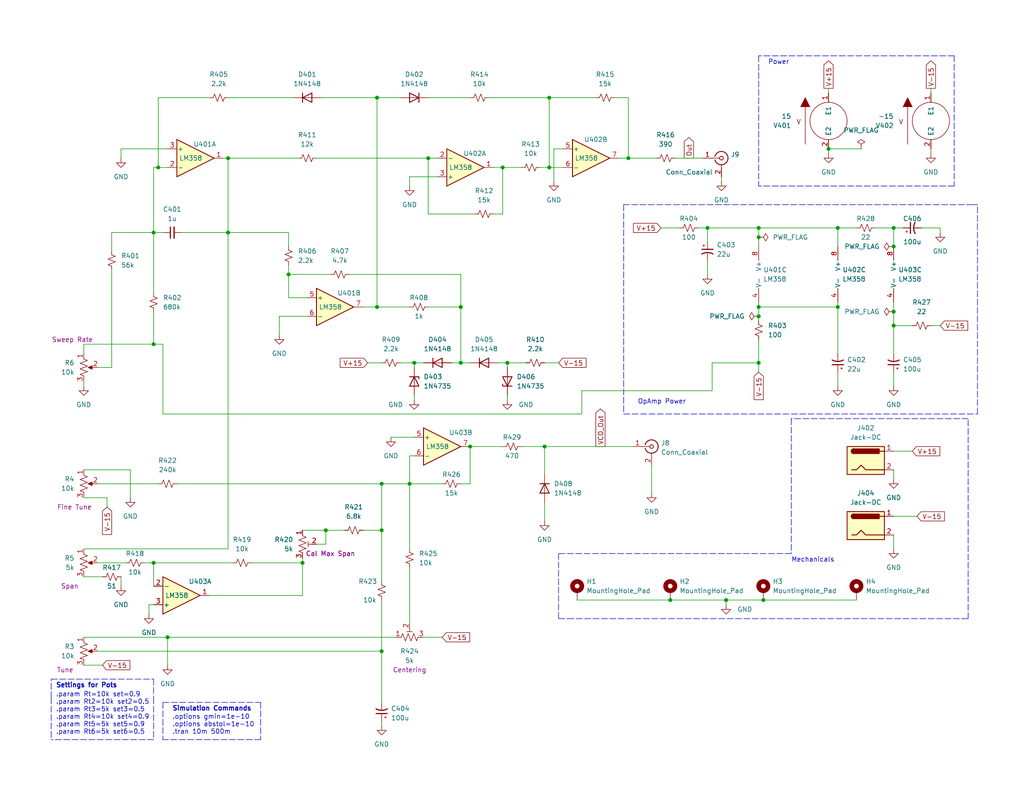
<source format=kicad_sch>
(kicad_sch (version 20211123) (generator eeschema)
  (paper "A")
  (title_block (title "Spectrum Analyzer") (date "2022-05-28") (rev "0.2") (company "Andy McCann KA3KAF and Doug McCann KA3KAG") (comment 1 "Terry White K7TAU") (comment 2 "Wes Hayward W7ZOI") (comment 3 "Original Design by:"))
  (lib_symbols
    (symbol "Amplifier_Operational:LM358" (pin_names (offset 0.127))
      (property "Reference" "U" (at 0 5.08 0))
      (property "Value" "LM358" (at 0 -5.08 0))
      (symbol "LM358_1_1"
        (polyline (pts (xy -5.08 5.08) (xy 5.08 0) (xy -5.08 -5.08) (xy -5.08 5.08)) (stroke (width 0.254)) (fill (type background)))
        (pin output line (at 7.62 0 180) (length 2.54) (name "~") (number "1"))
        (pin input line (at -7.62 -2.54 0) (length 2.54) (name "-") (number "2"))
        (pin input line (at -7.62 2.54 0) (length 2.54) (name "+") (number "3"))
      )
      (symbol "LM358_2_1"
        (polyline (pts (xy -5.08 5.08) (xy 5.08 0) (xy -5.08 -5.08) (xy -5.08 5.08)) (stroke (width 0.254)) (fill (type background)))
        (pin input line (at -7.62 2.54 0) (length 2.54) (name "+") (number "5"))
        (pin input line (at -7.62 -2.54 0) (length 2.54) (name "-") (number "6"))
        (pin output line (at 7.62 0 180) (length 2.54) (name "~") (number "7"))
      )
      (symbol "LM358_3_1"
        (pin power_in line (at -2.54 -7.62 90) (length 3.81) (name "V-") (number "4"))
        (pin power_in line (at -2.54 7.62 270) (length 3.81) (name "V+") (number "8"))
      )
    )
    (symbol "Connector:Conn_Coaxial" (pin_names (offset 1.016) hide)
      (property "Reference" "J" (at 0.254 3.048 0))
      (property "Value" "Conn_Coaxial" (at 2.921 0 90))
      (symbol "Conn_Coaxial_0_1"
        (arc (start -1.778 -0.508) (mid 0.2311 -1.8066) (end 1.778 0) (stroke (width 0.254)))
        (polyline (pts (xy -2.54 0) (xy -0.508 0)))
        (polyline (pts (xy 0 -2.54) (xy 0 -1.778)))
        (circle (center 0 0) (radius 0.508) (stroke (width 0.2032)))
        (arc (start 1.778 0) (mid 0.2099 1.8101) (end -1.778 0.508) (stroke (width 0.254)))
      )
      (symbol "Conn_Coaxial_1_1"
        (pin passive line (at -5.08 0 0) (length 2.54) (name "In") (number "1"))
        (pin passive line (at 0 -5.08 90) (length 2.54) (name "Ext") (number "2"))
      )
    )
    (symbol "Connector:Jack-DC" (pin_names (offset 1.016))
      (property "Reference" "J" (at 0 5.334 0))
      (property "Value" "Jack-DC" (at 0 -5.08 0))
      (symbol "Jack-DC_0_1"
        (rectangle (start -5.08 3.81) (end 5.08 -3.81) (stroke (width 0.254)) (fill (type background)))
        (arc (start -3.302 3.175) (mid -3.937 2.54) (end -3.302 1.905) (stroke (width 0.254)))
        (arc (start -3.302 3.175) (mid -3.937 2.54) (end -3.302 1.905) (stroke (width 0.254)) (fill (type outline)))
        (polyline (pts (xy 5.08 2.54) (xy 3.81 2.54)) (stroke (width 0.254)))
        (polyline (pts (xy -3.81 -2.54) (xy -2.54 -2.54) (xy -1.27 -1.27) (xy 0 -2.54) (xy 2.54 -2.54) (xy 5.08 -2.54)) (stroke (width 0.254)))
        (rectangle (start 3.683 3.175) (end -3.302 1.905) (stroke (width 0.254)) (fill (type outline)))
      )
      (symbol "Jack-DC_1_1"
        (pin passive line (at 7.62 2.54 180) (length 2.54) (name "~") (number "1"))
        (pin passive line (at 7.62 -2.54 180) (length 2.54) (name "~") (number "2"))
      )
    )
    (symbol "Device:C_Polarized_Small_US" (pin_numbers hide) (pin_names (offset 0.254) hide)
      (property "Reference" "C" (at 0.254 1.778 0))
      (property "Value" "C_Polarized_Small_US" (at 0.254 -2.032 0))
      (symbol "C_Polarized_Small_US_0_1"
        (polyline (pts (xy -1.524 0.508) (xy 1.524 0.508)) (stroke (width 0.3048)))
        (polyline (pts (xy -1.27 1.524) (xy -0.762 1.524)))
        (polyline (pts (xy -1.016 1.27) (xy -1.016 1.778)))
        (arc (start 1.524 -0.762) (mid 0 -0.3734) (end -1.524 -0.762) (stroke (width 0.3048)))
      )
      (symbol "C_Polarized_Small_US_1_1"
        (pin passive line (at 0 2.54 270) (length 2.032) (name "~") (number "1"))
        (pin passive line (at 0 -2.54 90) (length 2.032) (name "~") (number "2"))
      )
    )
    (symbol "Device:C_Small" (pin_numbers hide) (pin_names (offset 0.254) hide)
      (property "Reference" "C" (at 0.254 1.778 0))
      (property "Value" "C_Small" (at 0.254 -2.032 0))
      (symbol "C_Small_0_1"
        (polyline (pts (xy -1.524 -0.508) (xy 1.524 -0.508)) (stroke (width 0.3302)))
        (polyline (pts (xy -1.524 0.508) (xy 1.524 0.508)) (stroke (width 0.3048)))
      )
      (symbol "C_Small_1_1"
        (pin passive line (at 0 2.54 270) (length 2.032) (name "~") (number "1"))
        (pin passive line (at 0 -2.54 90) (length 2.032) (name "~") (number "2"))
      )
    )
    (symbol "Device:D_Zener" (pin_numbers hide) (pin_names (offset 1.016) hide)
      (property "Reference" "D" (at 0 2.54 0))
      (property "Value" "D_Zener" (at 0 -2.54 0))
      (symbol "D_Zener_0_1"
        (polyline (pts (xy 1.27 0) (xy -1.27 0)))
        (polyline (pts (xy -1.27 -1.27) (xy -1.27 1.27) (xy -0.762 1.27)) (stroke (width 0.254)))
        (polyline (pts (xy 1.27 -1.27) (xy 1.27 1.27) (xy -1.27 0) (xy 1.27 -1.27)) (stroke (width 0.254)))
      )
      (symbol "D_Zener_1_1"
        (pin passive line (at -3.81 0 0) (length 2.54) (name "K") (number "1"))
        (pin passive line (at 3.81 0 180) (length 2.54) (name "A") (number "2"))
      )
    )
    (symbol "Device:R_Potentiometer_Trim_US" (pin_names (offset 1.016) hide)
      (property "Reference" "RV" (at -4.445 0 90))
      (property "Value" "R_Potentiometer_Trim_US" (at -2.54 0 90))
      (symbol "R_Potentiometer_Trim_US_0_1"
        (polyline (pts (xy 0 -2.286) (xy 0 -2.54)))
        (polyline (pts (xy 0 2.286) (xy 0 2.54)))
        (polyline (pts (xy 1.524 0.762) (xy 1.524 -0.762)))
        (polyline (pts (xy 2.54 0) (xy 1.524 0)))
        (polyline (pts (xy 0 -0.762) (xy 1.016 -1.143) (xy 0 -1.524) (xy -1.016 -1.905) (xy 0 -2.286)))
        (polyline (pts (xy 0 0.762) (xy 1.016 0.381) (xy 0 0) (xy -1.016 -0.381) (xy 0 -0.762)))
        (polyline (pts (xy 0 2.286) (xy 1.016 1.905) (xy 0 1.524) (xy -1.016 1.143) (xy 0 0.762)))
      )
      (symbol "R_Potentiometer_Trim_US_1_1"
        (pin passive line (at 0 3.81 270) (length 1.27) (name "1") (number "1"))
        (pin passive line (at 3.81 0 180) (length 1.27) (name "2") (number "2"))
        (pin passive line (at 0 -3.81 90) (length 1.27) (name "3") (number "3"))
      )
    )
    (symbol "Device:R_Potentiometer_US" (pin_names (offset 1.016) hide)
      (property "Reference" "RV" (at -4.445 0 90))
      (property "Value" "R_Potentiometer_US" (at -2.54 0 90))
      (symbol "R_Potentiometer_US_0_1"
        (polyline (pts (xy 0 -2.286) (xy 0 -2.54)))
        (polyline (pts (xy 0 2.54) (xy 0 2.286)))
        (polyline (pts (xy 2.54 0) (xy 1.524 0)))
        (polyline (pts (xy 1.143 0) (xy 2.286 0.508) (xy 2.286 -0.508) (xy 1.143 0)) (fill (type outline)))
        (polyline (pts (xy 0 -0.762) (xy 1.016 -1.143) (xy 0 -1.524) (xy -1.016 -1.905) (xy 0 -2.286)))
        (polyline (pts (xy 0 0.762) (xy 1.016 0.381) (xy 0 0) (xy -1.016 -0.381) (xy 0 -0.762)))
        (polyline (pts (xy 0 2.286) (xy 1.016 1.905) (xy 0 1.524) (xy -1.016 1.143) (xy 0 0.762)))
      )
      (symbol "R_Potentiometer_US_1_1"
        (pin passive line (at 0 3.81 270) (length 1.27) (name "1") (number "1"))
        (pin passive line (at 3.81 0 180) (length 1.27) (name "2") (number "2"))
        (pin passive line (at 0 -3.81 90) (length 1.27) (name "3") (number "3"))
      )
    )
    (symbol "Device:R_Small_US" (pin_numbers hide) (pin_names (offset 0.254) hide)
      (property "Reference" "R" (at 0.762 0.508 0))
      (property "Value" "R_Small_US" (at 0.762 -1.016 0))
      (symbol "R_Small_US_1_1"
        (polyline (pts (xy 0 0) (xy 1.016 -0.381) (xy 0 -0.762) (xy -1.016 -1.143) (xy 0 -1.524)))
        (polyline (pts (xy 0 1.524) (xy 1.016 1.143) (xy 0 0.762) (xy -1.016 0.381) (xy 0 0)))
        (pin passive line (at 0 2.54 270) (length 1.016) (name "~") (number "1"))
        (pin passive line (at 0 -2.54 90) (length 1.016) (name "~") (number "2"))
      )
    )
    (symbol "Diode:1N4148" (pin_numbers hide) (pin_names (offset 1.016) hide)
      (property "Reference" "D" (at 0 2.54 0))
      (property "Value" "1N4148" (at 0 -2.54 0))
      (symbol "1N4148_0_1"
        (polyline (pts (xy -1.27 1.27) (xy -1.27 -1.27)) (stroke (width 0.254)))
        (polyline (pts (xy 1.27 0) (xy -1.27 0)))
        (polyline (pts (xy 1.27 1.27) (xy 1.27 -1.27) (xy -1.27 0) (xy 1.27 1.27)) (stroke (width 0.254)))
      )
      (symbol "1N4148_1_1"
        (pin passive line (at -3.81 0 0) (length 2.54) (name "K") (number "1"))
        (pin passive line (at 3.81 0 180) (length 2.54) (name "A") (number "2"))
      )
    )
    (symbol "Mechanical:MountingHole_Pad" (pin_numbers hide) (pin_names (offset 1.016) hide)
      (property "Reference" "H" (at 0 6.35 0))
      (property "Value" "MountingHole_Pad" (at 0 4.445 0))
      (symbol "MountingHole_Pad_0_1"
        (circle (center 0 1.27) (radius 1.27) (stroke (width 1.27)))
      )
      (symbol "MountingHole_Pad_1_1"
        (pin input line (at 0 -2.54 90) (length 2.54) (name "1") (number "1"))
      )
    )
    (symbol "power:GND" (power) (pin_names (offset 0))
      (property "Value" "GND" (at 0 -3.81 0))
      (symbol "GND_0_1"
        (polyline (pts (xy 0 0) (xy 0 -1.27) (xy 1.27 -1.27) (xy 0 -2.54) (xy -1.27 -1.27) (xy 0 -1.27)))
      )
      (symbol "GND_1_1"
        (pin power_in line (at 0 0 270) (length 0) hide (name "GND") (number "1"))
      )
    )
    (symbol "power:PWR_FLAG" (power) (pin_numbers hide) (pin_names (offset 0) hide)
      (property "Value" "PWR_FLAG" (at 0 3.81 0))
      (symbol "PWR_FLAG_0_0"
        (pin power_out line (at 0 0 90) (length 0) (name "pwr") (number "1"))
      )
      (symbol "PWR_FLAG_0_1"
        (polyline (pts (xy 0 0) (xy 0 1.27) (xy -1.016 1.905) (xy 0 2.54) (xy 1.016 1.905) (xy 0 1.27)))
      )
    )
    (symbol "pspice:VSOURCE" (pin_names (offset 1.016))
      (property "Reference" "V" (at -6.35 7.62 0))
      (property "Value" "VSOURCE" (at 0 0 0))
      (symbol "VSOURCE_0_1"
        (polyline (pts (xy -6.35 -6.35) (xy -6.35 3.81)) (fill (type outline)))
        (polyline (pts (xy -7.62 3.81) (xy -6.35 6.35) (xy -5.08 3.81)) (fill (type outline)))
        (circle (center 0 0) (radius 5.08))
        (text "V" (at -8.128 -0.254 0) (effects (font (size 1.27 1.27))))
      )
      (symbol "VSOURCE_1_1"
        (pin input line (at 0 7.62 270) (length 2.54) (name "E1") (number "1"))
        (pin input line (at 0 -7.62 90) (length 2.54) (name "E2") (number "2"))
      )
    )
  )
  (junction (at 138.43 99.06))
  (junction (at 125.73 83.82))
  (junction (at 207.01 64.77))
  (junction (at 88.9 144.78))
  (junction (at 128.27 121.92))
  (junction (at 62.23 43.18))
  (junction (at 171.45 43.18))
  (junction (at 111.76 132.08))
  (junction (at 137.16 45.72))
  (junction (at 102.87 83.82))
  (junction (at 149.86 26.67))
  (junction (at 125.73 99.06))
  (junction (at 41.91 153.67))
  (junction (at 243.84 67.31))
  (junction (at 62.23 63.5))
  (junction (at 198.12 163.83))
  (junction (at 228.6 62.23))
  (junction (at 78.74 74.93))
  (junction (at 45.72 173.99))
  (junction (at 113.03 99.06))
  (junction (at 41.91 93.98))
  (junction (at 102.87 26.67))
  (junction (at 104.14 177.8))
  (junction (at 208.28 163.83))
  (junction (at 43.18 45.72))
  (junction (at 116.84 43.18))
  (junction (at 207.01 86.36))
  (junction (at 148.59 121.92))
  (junction (at 207.01 83.82))
  (junction (at 207.01 99.06))
  (junction (at 226.06 40.64))
  (junction (at 243.84 85.09))
  (junction (at 193.04 62.23))
  (junction (at 228.6 83.82))
  (junction (at 207.01 62.23))
  (junction (at 243.84 88.9))
  (junction (at 149.86 45.72))
  (junction (at 82.55 153.67))
  (junction (at 104.14 132.08))
  (junction (at 182.88 163.83))
  (junction (at 41.91 63.5))
  (junction (at 104.14 144.78))
  (junction (at 243.84 62.23))
  (wire (pts (xy 41.91 85.09) (xy 41.91 93.98)))
  (wire (pts (xy 119.38 48.26) (xy 111.76 48.26)))
  (wire (pts (xy 45.72 40.64) (xy 33.02 40.64)))
  (polyline (pts (xy 41.91 185.42) (xy 41.91 190.5)))
  (wire (pts (xy 26.67 177.8) (xy 104.14 177.8)))
  (wire (pts (xy 254 40.64) (xy 254 41.91)))
  (wire (pts (xy 138.43 109.22) (xy 138.43 107.95)))
  (polyline (pts (xy 260.35 15.24) (xy 260.35 50.8)))
  (polyline (pts (xy 264.16 168.91) (xy 264.16 114.3)))
  (wire (pts (xy 44.45 93.98) (xy 44.45 113.03)))
  (wire (pts (xy 226.06 24.13) (xy 226.06 25.4)))
  (polyline (pts (xy 13.97 190.5) (xy 13.97 201.93)))
  (wire (pts (xy 86.36 43.18) (xy 116.84 43.18)))
  (wire (pts (xy 207.01 99.06) (xy 207.01 101.6)))
  (wire (pts (xy 248.92 88.9) (xy 243.84 88.9)))
  (wire (pts (xy 137.16 45.72) (xy 142.24 45.72)))
  (wire (pts (xy 246.38 62.23) (xy 243.84 62.23)))
  (polyline (pts (xy 265.43 55.88) (xy 170.18 55.88)))
  (wire (pts (xy 104.14 144.78) (xy 104.14 132.08)))
  (wire (pts (xy 152.4 99.06) (xy 148.59 99.06)))
  (polyline (pts (xy 264.16 114.3) (xy 215.9 114.3)))
  (polyline (pts (xy 265.43 55.88) (xy 266.7 55.88)))
  (wire (pts (xy 113.03 99.06) (xy 115.57 99.06)))
  (wire (pts (xy 88.9 148.59) (xy 88.9 144.78)))
  (wire (pts (xy 243.84 82.55) (xy 243.84 85.09)))
  (wire (pts (xy 29.21 135.89) (xy 29.21 138.43)))
  (wire (pts (xy 135.89 99.06) (xy 138.43 99.06)))
  (wire (pts (xy 177.8 134.62) (xy 177.8 127)))
  (wire (pts (xy 148.59 142.24) (xy 148.59 137.16)))
  (wire (pts (xy 196.85 49.53) (xy 196.85 48.26)))
  (wire (pts (xy 153.67 40.64) (xy 151.13 40.64)))
  (wire (pts (xy 44.45 113.03) (xy 158.75 113.03)))
  (polyline (pts (xy 170.18 55.88) (xy 170.18 113.03)))
  (wire (pts (xy 76.2 86.36) (xy 83.82 86.36)))
  (wire (pts (xy 193.04 62.23) (xy 190.5 62.23)))
  (wire (pts (xy 82.55 144.78) (xy 88.9 144.78)))
  (wire (pts (xy 30.48 63.5) (xy 41.91 63.5)))
  (wire (pts (xy 27.94 157.48) (xy 22.86 157.48)))
  (wire (pts (xy 104.14 144.78) (xy 104.14 158.75)))
  (wire (pts (xy 62.23 43.18) (xy 60.96 43.18)))
  (polyline (pts (xy 215.9 151.13) (xy 152.4 151.13)))
  (wire (pts (xy 148.59 129.54) (xy 148.59 121.92)))
  (wire (pts (xy 95.25 74.93) (xy 125.73 74.93)))
  (wire (pts (xy 35.56 128.27) (xy 35.56 135.89)))
  (wire (pts (xy 207.01 87.63) (xy 207.01 86.36)))
  (wire (pts (xy 111.76 124.46) (xy 113.03 124.46)))
  (wire (pts (xy 41.91 93.98) (xy 22.86 93.98)))
  (polyline (pts (xy 44.45 191.77) (xy 71.12 191.77)))
  (wire (pts (xy 125.73 132.08) (xy 128.27 132.08)))
  (wire (pts (xy 233.68 62.23) (xy 228.6 62.23)))
  (wire (pts (xy 116.84 43.18) (xy 119.38 43.18)))
  (wire (pts (xy 193.04 71.12) (xy 193.04 74.93)))
  (wire (pts (xy 243.84 62.23) (xy 243.84 67.31)))
  (wire (pts (xy 30.48 63.5) (xy 30.48 68.58)))
  (wire (pts (xy 207.01 83.82) (xy 228.6 83.82)))
  (wire (pts (xy 194.31 99.06) (xy 194.31 106.68)))
  (wire (pts (xy 194.31 99.06) (xy 207.01 99.06)))
  (wire (pts (xy 193.04 62.23) (xy 193.04 66.04)))
  (wire (pts (xy 111.76 132.08) (xy 111.76 149.86)))
  (wire (pts (xy 41.91 153.67) (xy 63.5 153.67)))
  (wire (pts (xy 109.22 99.06) (xy 113.03 99.06)))
  (wire (pts (xy 22.86 105.41) (xy 22.86 104.14)))
  (wire (pts (xy 234.95 40.64) (xy 226.06 40.64)))
  (wire (pts (xy 243.84 88.9) (xy 243.84 96.52)))
  (wire (pts (xy 128.27 132.08) (xy 128.27 121.92)))
  (wire (pts (xy 99.06 144.78) (xy 104.14 144.78)))
  (wire (pts (xy 107.95 173.99) (xy 45.72 173.99)))
  (wire (pts (xy 180.34 62.23) (xy 185.42 62.23)))
  (wire (pts (xy 120.65 173.99) (xy 115.57 173.99)))
  (wire (pts (xy 134.62 45.72) (xy 137.16 45.72)))
  (wire (pts (xy 41.91 63.5) (xy 41.91 45.72)))
  (wire (pts (xy 30.48 100.33) (xy 26.67 100.33)))
  (wire (pts (xy 158.75 106.68) (xy 194.31 106.68)))
  (wire (pts (xy 198.12 163.83) (xy 198.12 165.1)))
  (wire (pts (xy 111.76 83.82) (xy 102.87 83.82)))
  (wire (pts (xy 102.87 83.82) (xy 99.06 83.82)))
  (wire (pts (xy 171.45 26.67) (xy 167.64 26.67)))
  (wire (pts (xy 228.6 96.52) (xy 228.6 83.82)))
  (wire (pts (xy 22.86 135.89) (xy 29.21 135.89)))
  (wire (pts (xy 228.6 83.82) (xy 228.6 82.55)))
  (wire (pts (xy 243.84 85.09) (xy 243.84 88.9)))
  (wire (pts (xy 78.74 63.5) (xy 62.23 63.5)))
  (wire (pts (xy 30.48 73.66) (xy 30.48 100.33)))
  (wire (pts (xy 57.15 26.67) (xy 43.18 26.67)))
  (wire (pts (xy 33.02 40.64) (xy 33.02 43.18)))
  (wire (pts (xy 111.76 132.08) (xy 120.65 132.08)))
  (wire (pts (xy 138.43 100.33) (xy 138.43 99.06)))
  (wire (pts (xy 88.9 144.78) (xy 93.98 144.78)))
  (wire (pts (xy 256.54 62.23) (xy 256.54 63.5)))
  (wire (pts (xy 137.16 58.42) (xy 137.16 45.72)))
  (wire (pts (xy 78.74 67.31) (xy 78.74 63.5)))
  (wire (pts (xy 83.82 81.28) (xy 78.74 81.28)))
  (wire (pts (xy 113.03 100.33) (xy 113.03 99.06)))
  (wire (pts (xy 111.76 48.26) (xy 111.76 50.8)))
  (wire (pts (xy 81.28 43.18) (xy 62.23 43.18)))
  (wire (pts (xy 116.84 58.42) (xy 116.84 43.18)))
  (wire (pts (xy 76.2 91.44) (xy 76.2 86.36)))
  (wire (pts (xy 171.45 43.18) (xy 171.45 26.67)))
  (wire (pts (xy 78.74 81.28) (xy 78.74 74.93)))
  (polyline (pts (xy 41.91 201.93) (xy 13.97 201.93)))
  (wire (pts (xy 137.16 121.92) (xy 128.27 121.92)))
  (wire (pts (xy 149.86 26.67) (xy 133.35 26.67)))
  (wire (pts (xy 41.91 63.5) (xy 41.91 80.01)))
  (wire (pts (xy 113.03 109.22) (xy 113.03 107.95)))
  (wire (pts (xy 26.67 153.67) (xy 34.29 153.67)))
  (wire (pts (xy 151.13 40.64) (xy 151.13 49.53)))
  (polyline (pts (xy 152.4 151.13) (xy 152.4 168.91)))
  (polyline (pts (xy 71.12 201.93) (xy 44.45 201.93)))
  (wire (pts (xy 125.73 99.06) (xy 125.73 83.82)))
  (wire (pts (xy 104.14 177.8) (xy 104.14 191.77)))
  (polyline (pts (xy 13.97 185.42) (xy 41.91 185.42)))
  (wire (pts (xy 251.46 62.23) (xy 256.54 62.23)))
  (wire (pts (xy 22.86 128.27) (xy 35.56 128.27)))
  (wire (pts (xy 125.73 74.93) (xy 125.73 83.82)))
  (wire (pts (xy 193.04 62.23) (xy 207.01 62.23)))
  (wire (pts (xy 104.14 132.08) (xy 111.76 132.08)))
  (wire (pts (xy 228.6 105.41) (xy 228.6 101.6)))
  (wire (pts (xy 26.67 132.08) (xy 43.18 132.08)))
  (wire (pts (xy 45.72 173.99) (xy 22.86 173.99)))
  (polyline (pts (xy 152.4 168.91) (xy 154.94 168.91)))
  (wire (pts (xy 27.94 181.61) (xy 22.86 181.61)))
  (wire (pts (xy 104.14 196.85) (xy 104.14 198.12)))
  (wire (pts (xy 22.86 93.98) (xy 22.86 96.52)))
  (wire (pts (xy 33.02 160.02) (xy 33.02 157.48)))
  (wire (pts (xy 149.86 45.72) (xy 147.32 45.72)))
  (polyline (pts (xy 207.01 15.24) (xy 207.01 50.8)))
  (wire (pts (xy 168.91 43.18) (xy 171.45 43.18)))
  (wire (pts (xy 226.06 40.64) (xy 226.06 41.91)))
  (wire (pts (xy 153.67 45.72) (xy 149.86 45.72)))
  (wire (pts (xy 113.03 119.38) (xy 106.68 119.38)))
  (wire (pts (xy 44.45 93.98) (xy 41.91 93.98)))
  (wire (pts (xy 207.01 62.23) (xy 228.6 62.23)))
  (wire (pts (xy 182.88 163.83) (xy 198.12 163.83)))
  (wire (pts (xy 62.23 63.5) (xy 49.53 63.5)))
  (wire (pts (xy 148.59 121.92) (xy 172.72 121.92)))
  (wire (pts (xy 128.27 26.67) (xy 116.84 26.67)))
  (wire (pts (xy 243.84 140.97) (xy 250.19 140.97)))
  (wire (pts (xy 248.92 123.19) (xy 243.84 123.19)))
  (wire (pts (xy 256.54 88.9) (xy 254 88.9)))
  (wire (pts (xy 82.55 162.56) (xy 82.55 153.67)))
  (wire (pts (xy 243.84 146.05) (xy 243.84 149.86)))
  (wire (pts (xy 116.84 83.82) (xy 125.73 83.82)))
  (wire (pts (xy 43.18 26.67) (xy 43.18 45.72)))
  (wire (pts (xy 208.28 163.83) (xy 233.68 163.83)))
  (wire (pts (xy 123.19 99.06) (xy 125.73 99.06)))
  (wire (pts (xy 111.76 132.08) (xy 111.76 124.46)))
  (polyline (pts (xy 41.91 190.5) (xy 41.91 201.93)))
  (wire (pts (xy 102.87 26.67) (xy 87.63 26.67)))
  (polyline (pts (xy 154.94 168.91) (xy 264.16 168.91)))
  (wire (pts (xy 44.45 63.5) (xy 41.91 63.5)))
  (wire (pts (xy 68.58 153.67) (xy 82.55 153.67)))
  (polyline (pts (xy 170.18 113.03) (xy 266.7 113.03)))
  (wire (pts (xy 80.01 26.67) (xy 62.23 26.67)))
  (wire (pts (xy 48.26 132.08) (xy 104.14 132.08)))
  (wire (pts (xy 62.23 43.18) (xy 62.23 63.5)))
  (wire (pts (xy 184.15 43.18) (xy 191.77 43.18)))
  (wire (pts (xy 111.76 154.94) (xy 111.76 170.18)))
  (wire (pts (xy 104.14 99.06) (xy 100.33 99.06)))
  (wire (pts (xy 207.01 62.23) (xy 207.01 64.77)))
  (polyline (pts (xy 44.45 191.77) (xy 44.45 201.93)))
  (wire (pts (xy 78.74 74.93) (xy 90.17 74.93)))
  (wire (pts (xy 207.01 83.82) (xy 207.01 82.55)))
  (wire (pts (xy 86.36 148.59) (xy 88.9 148.59)))
  (wire (pts (xy 125.73 99.06) (xy 128.27 99.06)))
  (wire (pts (xy 148.59 121.92) (xy 142.24 121.92)))
  (polyline (pts (xy 71.12 191.77) (xy 71.12 201.93)))
  (wire (pts (xy 82.55 153.67) (xy 82.55 152.4)))
  (wire (pts (xy 228.6 62.23) (xy 228.6 67.31)))
  (wire (pts (xy 243.84 128.27) (xy 243.84 130.81)))
  (polyline (pts (xy 260.35 15.24) (xy 207.01 15.24)))
  (wire (pts (xy 162.56 26.67) (xy 149.86 26.67)))
  (wire (pts (xy 102.87 83.82) (xy 102.87 26.67)))
  (wire (pts (xy 243.84 105.41) (xy 243.84 101.6)))
  (wire (pts (xy 62.23 149.86) (xy 62.23 63.5)))
  (wire (pts (xy 207.01 86.36) (xy 207.01 83.82)))
  (wire (pts (xy 138.43 99.06) (xy 143.51 99.06)))
  (wire (pts (xy 109.22 26.67) (xy 102.87 26.67)))
  (wire (pts (xy 198.12 163.83) (xy 208.28 163.83)))
  (wire (pts (xy 41.91 165.1) (xy 40.64 165.1)))
  (polyline (pts (xy 266.7 113.03) (xy 266.7 55.88)))
  (wire (pts (xy 134.62 58.42) (xy 137.16 58.42)))
  (wire (pts (xy 243.84 62.23) (xy 238.76 62.23)))
  (wire (pts (xy 129.54 58.42) (xy 116.84 58.42)))
  (wire (pts (xy 149.86 45.72) (xy 149.86 26.67)))
  (polyline (pts (xy 215.9 114.3) (xy 215.9 151.13)))
  (wire (pts (xy 158.75 113.03) (xy 158.75 106.68)))
  (wire (pts (xy 254 24.13) (xy 254 25.4)))
  (wire (pts (xy 104.14 163.83) (xy 104.14 177.8)))
  (wire (pts (xy 22.86 149.86) (xy 62.23 149.86)))
  (wire (pts (xy 39.37 153.67) (xy 41.91 153.67)))
  (wire (pts (xy 40.64 165.1) (xy 40.64 167.64)))
  (wire (pts (xy 45.72 181.61) (xy 45.72 173.99)))
  (wire (pts (xy 207.01 92.71) (xy 207.01 99.06)))
  (wire (pts (xy 78.74 74.93) (xy 78.74 72.39)))
  (wire (pts (xy 41.91 153.67) (xy 41.91 160.02)))
  (polyline (pts (xy 13.97 190.5) (xy 13.97 185.42)))
  (wire (pts (xy 157.48 163.83) (xy 182.88 163.83)))
  (wire (pts (xy 171.45 43.18) (xy 179.07 43.18)))
  (polyline (pts (xy 260.35 50.8) (xy 207.01 50.8)))
  (wire (pts (xy 57.15 162.56) (xy 82.55 162.56)))
  (wire (pts (xy 207.01 64.77) (xy 207.01 67.31)))
  (wire (pts (xy 43.18 45.72) (xy 45.72 45.72)))
  (wire (pts (xy 41.91 45.72) (xy 43.18 45.72)))
  (text ".options gmin=1e-10\n.options abstol=1e-10\n.tran 10m 500m" (at 46.99 200.66 0) (effects (font (size 1.27 1.27)) (justify left bottom)))
  (text "Power" (at 209.55 17.78 0) (effects (font (size 1.27 1.27)) (justify left bottom)))
  (text "Mechanicals" (at 215.9 153.67 0) (effects (font (size 1.27 1.27)) (justify left bottom)))
  (text "Simulation Commands" (at 46.99 194.31 0) (effects (font (size 1.27 1.27) (thickness 0.254) bold) (justify left bottom)))
  (text "OpAmp Power" (at 173.99 110.49 0) (effects (font (size 1.27 1.27)) (justify left bottom)))
  (text "Settings for Pots" (at 15.24 187.96 0) (effects (font (size 1.27 1.27) (thickness 0.254) bold) (justify left bottom)))
  (text ".param Rt=10k set=0.9\n.param Rt2=10k set2=0.5\n.param Rt3=5k set3=0.5\n.param Rt4=10k set4=0.9\n.param Rt5=5k set5=0.9\n.param Rt6=5k set6=0.5\n" (at 15.24 200.66 0) (effects (font (size 1.27 1.27)) (justify left bottom)))
  (global_label "Out" (shape output) (at 187.96 43.18 90) (property "Intersheet References" "${INTERSHEET_REFS}" (effects hide)))
  (global_label "V-15" (shape input) (at 152.4 99.06 0) (property "Intersheet References" "${INTERSHEET_REFS}" (effects hide)))
  (global_label "V-15" (shape input) (at 207.01 101.6 270) (property "Intersheet References" "${INTERSHEET_REFS}" (effects hide)))
  (global_label "V-15" (shape input) (at 250.19 140.97 0) (property "Intersheet References" "${INTERSHEET_REFS}" (effects hide)))
  (global_label "V-15" (shape input) (at 27.94 181.61 0) (property "Intersheet References" "${INTERSHEET_REFS}" (effects hide)))
  (global_label "V+15" (shape output) (at 226.06 24.13 90) (property "Intersheet References" "${INTERSHEET_REFS}" (effects hide)))
  (global_label "V+15" (shape input) (at 100.33 99.06 180) (property "Intersheet References" "${INTERSHEET_REFS}" (effects hide)))
  (global_label "V+15" (shape input) (at 180.34 62.23 180) (property "Intersheet References" "${INTERSHEET_REFS}" (effects hide)))
  (global_label "V-15" (shape input) (at 120.65 173.99 0) (property "Intersheet References" "${INTERSHEET_REFS}" (effects hide)))
  (global_label "V+15" (shape input) (at 248.92 123.19 0) (property "Intersheet References" "${INTERSHEET_REFS}" (effects hide)))
  (global_label "VCO_Out" (shape output) (at 163.83 121.92 90) (property "Intersheet References" "${INTERSHEET_REFS}" (effects hide)))
  (global_label "V-15" (shape output) (at 254 24.13 90) (property "Intersheet References" "${INTERSHEET_REFS}" (effects hide)))
  (global_label "V-15" (shape input) (at 256.54 88.9 0) (property "Intersheet References" "${INTERSHEET_REFS}" (effects hide)))
  (global_label "V-15" (shape input) (at 29.21 138.43 270) (property "Intersheet References" "${INTERSHEET_REFS}" (effects hide)))
  (symbol (lib_id "Connector:Conn_Coaxial") (at 177.8 121.92 0) (unit 1)
    (property "Reference" "J8" (at 180.34 120.9431 0) (effects (justify left)))
    (property "Value" "Conn_Coaxial" (at 180.34 123.4831 0) (effects (justify left)))
    (property "Footprint" "SnapEDA Library:TE_5-1634503-1" (effects hide))
    (property "Datasheet" " ~" (effects hide))
    (property "Spice_Primitive" "J" (effects hide))
    (property "Spice_Model" "Conn_Coaxial" (effects hide))
    (property "Spice_Netlist_Enabled" "N" (effects hide))
  )
  (symbol (lib_id "Amplifier_Operational:LM358") (at 231.14 74.93 0) (unit 3)
    (property "Reference" "U402" (at 229.87 73.6599 0) (effects (justify left)))
    (property "Value" "LM358" (at 229.87 76.1999 0) (effects (justify left)))
    (property "Footprint" "SnapEDA Library:DIP794W45P254L959H508Q8" (effects hide))
    (property "Datasheet" "http://www.ti.com/lit/ds/symlink/tl071.pdf" (effects hide))
    (property "Spice_Primitive" "X" (effects hide))
    (property "Spice_Model" "TL072c" (effects hide))
    (property "Spice_Netlist_Enabled" "Y" (effects hide))
    (property "Spice_Lib_File" "TL072-dual.lib" (effects hide))
  )
  (symbol (lib_id "Device:R_Potentiometer_Trim_US") (at 111.76 173.99 90) (unit 1)
    (property "Reference" "R424" (at 111.76 177.8 90))
    (property "Value" "5k" (at 111.76 180.34 90))
    (property "Footprint" "Potentiometer_THT:Potentiometer_Bourns_3296W_Vertical" (effects hide))
    (property "Spice_Primitive" "X" (effects hide))
    (property "Spice_Model" "pot_lin5" (effects hide))
    (property "Spice_Netlist_Enabled" "Y" (effects hide))
    (property "Spice_Lib_File" "Pot5.lib" (effects hide))
    (property "Field8" "Centering" (at 111.76 182.88 90))
  )
  (symbol (lib_id "Device:C_Polarized_Small_US") (at 248.92 62.23 90) (unit 1)
    (property "Reference" "C406" (at 248.92 59.69 90))
    (property "Value" "100u" (at 248.92 66.04 90))
    (property "Footprint" "Capacitor_THT:CP_Axial_L11.0mm_D6.0mm_P18.00mm_Horizontal" (effects hide))
  )
  (symbol (lib_id "Device:R_Small_US") (at 207.01 90.17 0) (unit 1)
    (property "Reference" "R403" (at 209.55 88.8999 0) (effects (justify left)))
    (property "Value" "100" (at 209.55 91.4399 0) (effects (justify left)))
    (property "Footprint" "Resistor_THT:R_Axial_DIN0207_L6.3mm_D2.5mm_P7.62mm_Horizontal" (effects hide))
  )
  (symbol (lib_id "Device:R_Small_US") (at 130.81 26.67 90) (unit 1)
    (property "Reference" "R414" (at 130.81 20.32 90))
    (property "Value" "10k" (at 130.81 22.86 90))
    (property "Footprint" "Resistor_THT:R_Axial_DIN0207_L6.3mm_D2.5mm_P7.62mm_Horizontal" (effects hide))
  )
  (symbol (lib_id "power:GND") (at 193.04 74.93 0) (unit 1)
    (property "Reference" "#PWR015" (effects hide))
    (property "Value" "GND" (at 193.04 80.01 0))
  )
  (symbol (lib_id "power:GND") (at 256.54 63.5 0) (unit 1)
    (property "Reference" "#PWR020" (effects hide))
    (property "Value" "GND" (at 256.54 68.58 0))
  )
  (symbol (lib_id "Device:R_Small_US") (at 30.48 71.12 0) (unit 1)
    (property "Reference" "R401" (at 33.02 69.8499 0) (effects (justify left)))
    (property "Value" "56k" (at 33.02 72.3899 0) (effects (justify left)))
    (property "Footprint" "Resistor_THT:R_Axial_DIN0207_L6.3mm_D2.5mm_P7.62mm_Horizontal" (effects hide))
  )
  (symbol (lib_id "power:GND") (at 196.85 49.53 0) (unit 1)
    (property "Reference" "#PWR022" (effects hide))
    (property "Value" "GND" (at 196.85 54.61 0))
  )
  (symbol (lib_id "Device:R_Small_US") (at 45.72 132.08 90) (unit 1)
    (property "Reference" "R422" (at 45.72 125.73 90))
    (property "Value" "240k" (at 45.72 128.27 90))
    (property "Footprint" "Resistor_THT:R_Axial_DIN0207_L6.3mm_D2.5mm_P7.62mm_Horizontal" (effects hide))
  )
  (symbol (lib_id "pspice:VSOURCE") (at 254 33.02 0) (unit 1) (on_board no)
    (property "Reference" "V402" (at 243.84 34.2901 0) (effects (justify right)))
    (property "Value" "DC -15" (at 243.84 31.7501 0) (effects (justify right)))
    (property "Footprint" "SnapEDA Library:CUI_PJ-009A" (effects hide))
    (property "Spice_Primitive" "V" (effects hide))
    (property "Spice_Model" "dc -15" (effects hide))
    (property "Spice_Netlist_Enabled" "Y" (effects hide))
  )
  (symbol (lib_id "Device:R_Small_US") (at 251.46 88.9 90) (unit 1)
    (property "Reference" "R427" (at 251.46 82.55 90))
    (property "Value" "22" (at 251.46 85.09 90))
    (property "Footprint" "Resistor_THT:R_Axial_DIN0207_L6.3mm_D2.5mm_P7.62mm_Horizontal" (effects hide))
  )
  (symbol (lib_id "Device:C_Small") (at 46.99 63.5 90) (unit 1)
    (property "Reference" "C401" (at 46.9963 57.15 90))
    (property "Value" "1u" (at 46.9963 59.69 90))
    (property "Footprint" "Capacitor_THT:C_Radial_D4.0mm_H5.0mm_P1.50mm" (effects hide))
  )
  (symbol (lib_id "Device:R_Small_US") (at 66.04 153.67 90) (unit 1)
    (property "Reference" "R419" (at 66.04 147.32 90))
    (property "Value" "10k" (at 66.04 149.86 90))
    (property "Footprint" "Resistor_THT:R_Axial_DIN0207_L6.3mm_D2.5mm_P7.62mm_Horizontal" (effects hide))
  )
  (symbol (lib_id "power:GND") (at 35.56 135.89 0) (unit 1)
    (property "Reference" "#PWR04" (effects hide))
    (property "Value" "GND" (at 35.56 140.97 0))
  )
  (symbol (lib_id "Device:R_Small_US") (at 165.1 26.67 90) (unit 1)
    (property "Reference" "R415" (at 165.1 20.32 90))
    (property "Value" "15k" (at 165.1 22.86 90))
    (property "Footprint" "Resistor_THT:R_Axial_DIN0207_L6.3mm_D2.5mm_P7.62mm_Horizontal" (effects hide))
  )
  (symbol (lib_id "Amplifier_Operational:LM358") (at 91.44 83.82 0) (unit 2)
    (property "Reference" "U401" (at 95.25 80.01 0))
    (property "Value" "LM358" (at 90.17 83.82 0))
    (property "Footprint" "SnapEDA Library:DIP794W45P254L959H508Q8" (effects hide))
    (property "Datasheet" "http://www.ti.com/lit/ds/symlink/tl071.pdf" (effects hide))
    (property "Spice_Primitive" "X" (effects hide))
    (property "Spice_Model" "TL072c" (effects hide))
    (property "Spice_Netlist_Enabled" "Y" (effects hide))
    (property "Spice_Lib_File" "TL072-dual.lib" (effects hide))
  )
  (symbol (lib_id "Device:R_Small_US") (at 83.82 43.18 90) (unit 1)
    (property "Reference" "R411" (at 83.82 36.83 90))
    (property "Value" "12k" (at 83.82 39.37 90))
    (property "Footprint" "Resistor_THT:R_Axial_DIN0207_L6.3mm_D2.5mm_P7.62mm_Horizontal" (effects hide))
  )
  (symbol (lib_id "Device:R_Small_US") (at 78.74 69.85 0) (unit 1)
    (property "Reference" "R406" (at 81.28 68.5799 0) (effects (justify left)))
    (property "Value" "2.2k" (at 81.28 71.1199 0) (effects (justify left)))
    (property "Footprint" "Resistor_THT:R_Axial_DIN0207_L6.3mm_D2.5mm_P7.62mm_Horizontal" (effects hide))
  )
  (symbol (lib_id "Device:R_Small_US") (at 236.22 62.23 90) (unit 1)
    (property "Reference" "R428" (at 236.22 59.69 90))
    (property "Value" "22" (at 236.22 64.77 90))
    (property "Footprint" "Resistor_THT:R_Axial_DIN0207_L6.3mm_D2.5mm_P7.62mm_Horizontal" (effects hide))
  )
  (symbol (lib_id "Connector:Conn_Coaxial") (at 196.85 43.18 0) (unit 1)
    (property "Reference" "J9" (at 199.39 42.2031 0) (effects (justify left)))
    (property "Value" "Conn_Coaxial" (at 181.61 46.99 0) (effects (justify left)))
    (property "Footprint" "SnapEDA Library:TE_5-1634503-1" (effects hide))
    (property "Datasheet" " ~" (effects hide))
    (property "Spice_Primitive" "J" (effects hide))
    (property "Spice_Model" "Conn_Coaxial" (effects hide))
    (property "Spice_Netlist_Enabled" "N" (effects hide))
  )
  (symbol (lib_id "power:GND") (at 113.03 109.22 0) (unit 1)
    (property "Reference" "#PWR011" (effects hide))
    (property "Value" "GND" (at 107.95 110.49 0))
  )
  (symbol (lib_id "power:GND") (at 177.8 134.62 0) (unit 1)
    (property "Reference" "#PWR021" (effects hide))
    (property "Value" "GND" (at 177.8 139.7 0))
  )
  (symbol (lib_id "power:GND") (at 243.84 130.81 0) (unit 1)
    (property "Reference" "#PWR0102" (effects hide))
    (property "Value" "GND" (at 243.84 135.89 0))
  )
  (symbol (lib_id "power:GND") (at 226.06 41.91 0) (unit 1)
    (property "Reference" "#PWR016" (effects hide))
    (property "Value" "GND" (at 226.06 46.99 0))
  )
  (symbol (lib_id "Device:C_Polarized_Small_US") (at 243.84 99.06 180) (unit 1)
    (property "Reference" "C405" (at 246.38 98.2217 0) (effects (justify right)))
    (property "Value" "100u" (at 246.38 100.7617 0) (effects (justify right)))
    (property "Footprint" "Capacitor_THT:CP_Axial_L11.0mm_D6.0mm_P18.00mm_Horizontal" (effects hide))
  )
  (symbol (lib_id "power:PWR_FLAG") (at 234.95 40.64 0) (unit 1)
    (property "Reference" "#FLG05" (effects hide))
    (property "Value" "PWR_FLAG" (at 234.95 35.56 0))
  )
  (symbol (lib_id "Mechanical:MountingHole_Pad") (at 233.68 161.29 0) (unit 1)
    (property "Reference" "H4" (at 236.22 158.7499 0) (effects (justify left)))
    (property "Value" "MountingHole_Pad" (at 236.22 161.2899 0) (effects (justify left)))
    (property "Footprint" "MountingHole:MountingHole_2.7mm_M2.5_DIN965_Pad_TopOnly" (effects hide))
  )
  (symbol (lib_id "power:GND") (at 138.43 109.22 0) (unit 1)
    (property "Reference" "#PWR012" (effects hide))
    (property "Value" "GND" (at 143.51 110.49 0))
  )
  (symbol (lib_id "Device:R_Small_US") (at 144.78 45.72 90) (unit 1)
    (property "Reference" "R413" (at 144.78 39.37 90))
    (property "Value" "10k" (at 144.78 41.91 90))
    (property "Footprint" "Resistor_THT:R_Axial_DIN0207_L6.3mm_D2.5mm_P7.62mm_Horizontal" (effects hide))
  )
  (symbol (lib_id "power:GND") (at 45.72 181.61 0) (unit 1)
    (property "Reference" "#PWR06" (effects hide))
    (property "Value" "GND" (at 45.72 186.69 0))
  )
  (symbol (lib_id "Device:C_Polarized_Small_US") (at 104.14 194.31 180) (unit 1)
    (property "Reference" "C404" (at 106.68 193.4717 0) (effects (justify right)))
    (property "Value" "100u" (at 106.68 196.0117 0) (effects (justify right)))
    (property "Footprint" "Capacitor_THT:CP_Axial_L11.0mm_D6.0mm_P18.00mm_Horizontal" (effects hide))
  )
  (symbol (lib_id "pspice:VSOURCE") (at 226.06 33.02 0) (unit 1) (on_board no)
    (property "Reference" "V401" (at 215.9 34.2901 0) (effects (justify right)))
    (property "Value" "DC 15" (at 215.9 31.7501 0) (effects (justify right)))
    (property "Footprint" "SnapEDA Library:CUI_PJ-009A" (effects hide))
    (property "Spice_Primitive" "V" (effects hide))
    (property "Spice_Model" "dc 15" (effects hide))
    (property "Spice_Netlist_Enabled" "Y" (effects hide))
  )
  (symbol (lib_id "Diode:1N4148") (at 132.08 99.06 0) (unit 1)
    (property "Reference" "D405" (at 132.08 92.71 0))
    (property "Value" "1N4148" (at 132.08 95.25 0))
    (property "Footprint" "Diode_THT:D_DO-35_SOD27_P7.62mm_Horizontal" (effects hide))
    (property "Datasheet" "https://assets.nexperia.com/documents/data-sheet/1N4148_1N4448.pdf" (effects hide))
    (property "Spice_Primitive" "D" (effects hide))
    (property "Spice_Model" "D1N4148" (effects hide))
    (property "Spice_Netlist_Enabled" "Y" (effects hide))
    (property "Spice_Node_Sequence" "2 1" (effects hide))
    (property "Spice_Lib_File" "1N4148.mod" (effects hide))
  )
  (symbol (lib_id "power:GND") (at 243.84 105.41 0) (unit 1)
    (property "Reference" "#PWR018" (effects hide))
    (property "Value" "GND" (at 243.84 110.49 0))
  )
  (symbol (lib_id "Device:R_Small_US") (at 111.76 152.4 0) (unit 1)
    (property "Reference" "R425" (at 114.3 151.1299 0) (effects (justify left)))
    (property "Value" "10k" (at 114.3 153.6699 0) (effects (justify left)))
    (property "Footprint" "Resistor_THT:R_Axial_DIN0207_L6.3mm_D2.5mm_P7.62mm_Horizontal" (effects hide))
  )
  (symbol (lib_id "Amplifier_Operational:LM358") (at 161.29 43.18 0) (unit 2)
    (property "Reference" "U402" (at 162.56 38.1 0))
    (property "Value" "LM358" (at 160.02 43.18 0))
    (property "Footprint" "SnapEDA Library:DIP794W45P254L959H508Q8" (effects hide))
    (property "Datasheet" "http://www.ti.com/lit/ds/symlink/tl071.pdf" (effects hide))
    (property "Spice_Primitive" "X" (effects hide))
    (property "Spice_Model" "TL072c" (effects hide))
    (property "Spice_Netlist_Enabled" "Y" (effects hide))
    (property "Spice_Lib_File" "TL072-dual.lib" (effects hide))
  )
  (symbol (lib_id "Amplifier_Operational:LM358") (at 120.65 121.92 0) (unit 2)
    (property "Reference" "U403" (at 125.73 118.11 0))
    (property "Value" "LM358" (at 119.38 121.92 0))
    (property "Footprint" "SnapEDA Library:DIP794W45P254L959H508Q8" (effects hide))
    (property "Datasheet" "http://www.ti.com/lit/ds/symlink/tl071.pdf" (effects hide))
    (property "Spice_Primitive" "X" (effects hide))
    (property "Spice_Model" "TL072c" (effects hide))
    (property "Spice_Netlist_Enabled" "Y" (effects hide))
    (property "Spice_Lib_File" "TL072-dual.lib" (effects hide))
  )
  (symbol (lib_id "Device:R_Small_US") (at 59.69 26.67 90) (unit 1)
    (property "Reference" "R405" (at 59.69 20.32 90))
    (property "Value" "2.2k" (at 59.69 22.86 90))
    (property "Footprint" "Resistor_THT:R_Axial_DIN0207_L6.3mm_D2.5mm_P7.62mm_Horizontal" (effects hide))
  )
  (symbol (lib_id "Device:R_Potentiometer_US") (at 22.86 132.08 0) (unit 1)
    (property "Reference" "R4" (at 20.32 130.8099 0) (effects (justify right)))
    (property "Value" "10k" (at 20.32 133.3499 0) (effects (justify right)))
    (property "Footprint" "Connector_Wire:SolderWire-0.127sqmm_1x03_P3.7mm_D0.48mm_OD1mm" (effects hide))
    (property "Spice_Primitive" "X" (effects hide))
    (property "Spice_Model" "pot_lin2" (effects hide))
    (property "Spice_Netlist_Enabled" "Y" (effects hide))
    (property "Spice_Lib_File" "Pot2.lib" (effects hide))
    (property "Field8" "Fine Tune" (at 20.32 138.43 0))
  )
  (symbol (lib_id "power:GND") (at 111.76 50.8 0) (unit 1)
    (property "Reference" "#PWR010" (effects hide))
    (property "Value" "GND" (at 111.76 55.88 0))
  )
  (symbol (lib_id "Connector:Jack-DC") (at 236.22 143.51 0) (unit 1)
    (property "Reference" "J404" (at 236.22 134.62 0))
    (property "Value" "Jack-DC" (at 236.22 137.16 0))
    (property "Footprint" "SnapEDA Library:CUI_PJ-007" (effects hide))
    (property "Spice_Primitive" "J" (effects hide))
    (property "Spice_Model" "Jack-DC" (effects hide))
    (property "Spice_Netlist_Enabled" "N" (effects hide))
  )
  (symbol (lib_id "Device:R_Potentiometer_US") (at 22.86 100.33 0) (unit 1)
    (property "Reference" "R6" (at 20.32 99.0599 0) (effects (justify right)))
    (property "Value" "10k" (at 20.32 101.5999 0) (effects (justify right)))
    (property "Footprint" "Connector_Wire:SolderWire-0.127sqmm_1x03_P3.7mm_D0.48mm_OD1mm" (effects hide))
    (property "Spice_Primitive" "X" (effects hide))
    (property "Spice_Model" "pot_lin" (effects hide))
    (property "Spice_Netlist_Enabled" "Y" (effects hide))
    (property "Spice_Lib_File" "Pot.lib" (effects hide))
    (property "Field8" "Sweep Rate" (at 25.4 92.71 0) (effects (justify right)))
  )
  (symbol (lib_id "Amplifier_Operational:LM358") (at 49.53 162.56 0) (mirror x) (unit 1)
    (property "Reference" "U403" (at 54.61 158.75 0))
    (property "Value" "LM358" (at 48.26 162.56 0))
    (property "Footprint" "SnapEDA Library:DIP794W45P254L959H508Q8" (effects hide))
    (property "Datasheet" "http://www.ti.com/lit/ds/symlink/tl071.pdf" (effects hide))
    (property "Spice_Primitive" "X" (effects hide))
    (property "Spice_Model" "TL072c" (effects hide))
    (property "Spice_Netlist_Enabled" "Y" (effects hide))
    (property "Spice_Lib_File" "TL072-dual.lib" (effects hide))
  )
  (symbol (lib_id "Device:R_Small_US") (at 187.96 62.23 90) (unit 1)
    (property "Reference" "R404" (at 187.96 59.69 90))
    (property "Value" "100" (at 187.96 64.77 90))
    (property "Footprint" "Resistor_THT:R_Axial_DIN0207_L6.3mm_D2.5mm_P7.62mm_Horizontal" (effects hide))
  )
  (symbol (lib_id "Device:D_Zener") (at 113.03 104.14 270) (unit 1)
    (property "Reference" "D403" (at 115.57 102.8699 90) (effects (justify left)))
    (property "Value" "1N4735" (at 115.57 105.4099 90) (effects (justify left)))
    (property "Footprint" "Diode_THT:D_DO-35_SOD27_P7.62mm_Horizontal" (effects hide))
    (property "Spice_Primitive" "X" (effects hide))
    (property "Spice_Model" "DI_1N4735A" (effects hide))
    (property "Spice_Netlist_Enabled" "Y" (effects hide))
    (property "Spice_Lib_File" "1N4735A.lib" (effects hide))
    (property "Spice_Node_Sequence" "2 1" (effects hide))
  )
  (symbol (lib_id "Device:D_Zener") (at 138.43 104.14 90) (unit 1)
    (property "Reference" "D406" (at 140.97 102.8699 90) (effects (justify right)))
    (property "Value" "1N4735" (at 140.97 105.4099 90) (effects (justify right)))
    (property "Footprint" "Diode_THT:D_DO-35_SOD27_P7.62mm_Horizontal" (effects hide))
    (property "Spice_Primitive" "X" (effects hide))
    (property "Spice_Model" "DI_1N4735A" (effects hide))
    (property "Spice_Netlist_Enabled" "Y" (effects hide))
    (property "Spice_Lib_File" "1N4735A.lib" (effects hide))
  )
  (symbol (lib_id "power:GND") (at 243.84 149.86 0) (unit 1)
    (property "Reference" "#PWR0101" (effects hide))
    (property "Value" "GND" (at 243.84 154.94 0))
  )
  (symbol (lib_id "power:GND") (at 76.2 91.44 0) (unit 1)
    (property "Reference" "#PWR07" (effects hide))
    (property "Value" "GND" (at 76.2 96.52 0))
  )
  (symbol (lib_id "Device:R_Small_US") (at 30.48 157.48 90) (unit 1)
    (property "Reference" "R417" (at 30.48 154.94 90))
    (property "Value" "51" (at 30.48 160.02 90))
    (property "Footprint" "Resistor_THT:R_Axial_DIN0207_L6.3mm_D2.5mm_P7.62mm_Horizontal" (effects hide))
  )
  (symbol (lib_id "Device:C_Polarized_Small_US") (at 228.6 99.06 180) (unit 1)
    (property "Reference" "C402" (at 231.14 98.2217 0) (effects (justify right)))
    (property "Value" "22u" (at 231.14 100.7617 0) (effects (justify right)))
    (property "Footprint" "Capacitor_THT:CP_Axial_L11.0mm_D6.0mm_P18.00mm_Horizontal" (effects hide))
  )
  (symbol (lib_id "Mechanical:MountingHole_Pad") (at 208.28 161.29 0) (unit 1)
    (property "Reference" "H3" (at 210.82 158.7499 0) (effects (justify left)))
    (property "Value" "MountingHole_Pad" (at 210.82 161.2899 0) (effects (justify left)))
    (property "Footprint" "MountingHole:MountingHole_2.7mm_M2.5_DIN965_Pad_TopOnly" (effects hide))
  )
  (symbol (lib_id "power:GND") (at 33.02 43.18 0) (unit 1)
    (property "Reference" "#PWR02" (effects hide))
    (property "Value" "GND" (at 33.02 48.26 0))
  )
  (symbol (lib_id "Mechanical:MountingHole_Pad") (at 157.48 161.29 0) (unit 1)
    (property "Reference" "H1" (at 160.02 158.7499 0) (effects (justify left)))
    (property "Value" "MountingHole_Pad" (at 160.02 161.2899 0) (effects (justify left)))
    (property "Footprint" "MountingHole:MountingHole_2.7mm_M2.5_DIN965_Pad_TopOnly" (effects hide))
  )
  (symbol (lib_id "Device:R_Small_US") (at 41.91 82.55 0) (unit 1)
    (property "Reference" "R402" (at 44.45 81.2799 0) (effects (justify left)))
    (property "Value" "680k" (at 44.45 83.8199 0) (effects (justify left)))
    (property "Footprint" "Resistor_THT:R_Axial_DIN0207_L6.3mm_D2.5mm_P7.62mm_Horizontal" (effects hide))
  )
  (symbol (lib_id "Device:R_Small_US") (at 96.52 144.78 90) (unit 1)
    (property "Reference" "R421" (at 96.52 138.43 90))
    (property "Value" "6.8k" (at 96.52 140.97 90))
    (property "Footprint" "Resistor_THT:R_Axial_DIN0207_L6.3mm_D2.5mm_P7.62mm_Horizontal" (effects hide))
  )
  (symbol (lib_id "Amplifier_Operational:LM358") (at 209.55 74.93 0) (unit 3)
    (property "Reference" "U401" (at 208.28 73.6599 0) (effects (justify left)))
    (property "Value" "LM358" (at 208.28 76.1999 0) (effects (justify left)))
    (property "Footprint" "SnapEDA Library:DIP794W45P254L959H508Q8" (effects hide))
    (property "Datasheet" "http://www.ti.com/lit/ds/symlink/tl071.pdf" (effects hide))
    (property "Spice_Primitive" "X" (effects hide))
    (property "Spice_Model" "TL072c" (effects hide))
    (property "Spice_Netlist_Enabled" "Y" (effects hide))
    (property "Spice_Lib_File" "TL072-dual.lib" (effects hide))
  )
  (symbol (lib_id "Diode:1N4148") (at 119.38 99.06 0) (unit 1)
    (property "Reference" "D404" (at 119.38 92.71 0))
    (property "Value" "1N4148" (at 119.38 95.25 0))
    (property "Footprint" "Diode_THT:D_DO-35_SOD27_P7.62mm_Horizontal" (effects hide))
    (property "Datasheet" "https://assets.nexperia.com/documents/data-sheet/1N4148_1N4448.pdf" (effects hide))
    (property "Spice_Primitive" "D" (effects hide))
    (property "Spice_Model" "D1N4148" (effects hide))
    (property "Spice_Netlist_Enabled" "Y" (effects hide))
    (property "Spice_Node_Sequence" "2 1" (effects hide))
    (property "Spice_Lib_File" "1N4148.mod" (effects hide))
  )
  (symbol (lib_id "Device:R_Small_US") (at 92.71 74.93 90) (unit 1)
    (property "Reference" "R407" (at 92.71 68.58 90))
    (property "Value" "4.7k" (at 92.71 71.12 90))
    (property "Footprint" "Resistor_THT:R_Axial_DIN0207_L6.3mm_D2.5mm_P7.62mm_Horizontal" (effects hide))
  )
  (symbol (lib_id "power:GND") (at 104.14 198.12 0) (unit 1)
    (property "Reference" "#PWR08" (effects hide))
    (property "Value" "GND" (at 104.14 203.2 0))
  )
  (symbol (lib_id "Device:R_Small_US") (at 139.7 121.92 90) (unit 1)
    (property "Reference" "R429" (at 139.7 119.38 90))
    (property "Value" "470" (at 139.7 124.46 90))
    (property "Footprint" "Resistor_THT:R_Axial_DIN0207_L6.3mm_D2.5mm_P7.62mm_Horizontal" (effects hide))
  )
  (symbol (lib_id "Device:R_Small_US") (at 123.19 132.08 90) (unit 1)
    (property "Reference" "R426" (at 123.19 129.54 90))
    (property "Value" "15k" (at 123.19 134.62 90))
    (property "Footprint" "Resistor_THT:R_Axial_DIN0207_L6.3mm_D2.5mm_P7.62mm_Horizontal" (effects hide))
  )
  (symbol (lib_id "Mechanical:MountingHole_Pad") (at 182.88 161.29 0) (unit 1)
    (property "Reference" "H2" (at 185.42 158.7499 0) (effects (justify left)))
    (property "Value" "MountingHole_Pad" (at 185.42 161.2899 0) (effects (justify left)))
    (property "Footprint" "MountingHole:MountingHole_2.7mm_M2.5_DIN965_Pad_TopOnly" (effects hide))
  )
  (symbol (lib_id "Device:R_Small_US") (at 132.08 58.42 90) (unit 1)
    (property "Reference" "R412" (at 132.08 52.07 90))
    (property "Value" "15k" (at 132.08 54.61 90))
    (property "Footprint" "Resistor_THT:R_Axial_DIN0207_L6.3mm_D2.5mm_P7.62mm_Horizontal" (effects hide))
  )
  (symbol (lib_id "power:GND") (at 22.86 105.41 0) (unit 1)
    (property "Reference" "#PWR01" (effects hide))
    (property "Value" "GND" (at 22.86 110.49 0))
  )
  (symbol (lib_id "Device:R_Small_US") (at 146.05 99.06 90) (unit 1)
    (property "Reference" "R410" (at 146.05 92.71 90))
    (property "Value" "2.2k" (at 146.05 95.25 90))
    (property "Footprint" "Resistor_THT:R_Axial_DIN0207_L6.3mm_D2.5mm_P7.62mm_Horizontal" (effects hide))
  )
  (symbol (lib_id "power:PWR_FLAG") (at 243.84 67.31 90) (unit 1)
    (property "Reference" "#FLG03" (effects hide))
    (property "Value" "PWR_FLAG" (at 240.03 67.3099 90) (effects (justify left)))
  )
  (symbol (lib_id "Device:R_Small_US") (at 106.68 99.06 90) (unit 1)
    (property "Reference" "R409" (at 106.68 92.71 90))
    (property "Value" "2.2k" (at 106.68 95.25 90))
    (property "Footprint" "Resistor_THT:R_Axial_DIN0207_L6.3mm_D2.5mm_P7.62mm_Horizontal" (effects hide))
  )
  (symbol (lib_id "Diode:1N4148") (at 83.82 26.67 0) (unit 1)
    (property "Reference" "D401" (at 83.82 20.32 0))
    (property "Value" "1N4148" (at 83.82 22.86 0))
    (property "Footprint" "Diode_THT:D_DO-35_SOD27_P7.62mm_Horizontal" (effects hide))
    (property "Datasheet" "https://assets.nexperia.com/documents/data-sheet/1N4148_1N4448.pdf" (effects hide))
    (property "Spice_Primitive" "D" (effects hide))
    (property "Spice_Model" "D1N4148" (effects hide))
    (property "Spice_Netlist_Enabled" "Y" (effects hide))
    (property "Spice_Node_Sequence" "2 1" (effects hide))
    (property "Spice_Lib_File" "1N4148.mod" (effects hide))
  )
  (symbol (lib_id "power:GND") (at 33.02 160.02 0) (unit 1)
    (property "Reference" "#PWR03" (effects hide))
    (property "Value" "GND" (at 33.02 165.1 0))
  )
  (symbol (lib_id "Diode:1N4148") (at 113.03 26.67 0) (mirror y) (unit 1)
    (property "Reference" "D402" (at 113.03 20.32 0))
    (property "Value" "1N4148" (at 113.03 22.86 0))
    (property "Footprint" "Diode_THT:D_DO-35_SOD27_P7.62mm_Horizontal" (effects hide))
    (property "Datasheet" "https://assets.nexperia.com/documents/data-sheet/1N4148_1N4448.pdf" (effects hide))
    (property "Spice_Primitive" "D" (effects hide))
    (property "Spice_Model" "D1N4148" (effects hide))
    (property "Spice_Netlist_Enabled" "Y" (effects hide))
    (property "Spice_Node_Sequence" "2 1" (effects hide))
    (property "Spice_Lib_File" "1N4148.mod" (effects hide))
  )
  (symbol (lib_id "power:GND") (at 40.64 167.64 0) (unit 1)
    (property "Reference" "#PWR05" (effects hide))
    (property "Value" "GND" (at 40.64 172.72 0))
  )
  (symbol (lib_id "power:GND") (at 198.12 165.1 0) (unit 1)
    (property "Reference" "#PWR023" (effects hide))
    (property "Value" "GND" (at 203.2 166.37 0))
  )
  (symbol (lib_id "Device:R_Small_US") (at 181.61 43.18 90) (unit 1)
    (property "Reference" "R416" (at 181.61 36.83 90))
    (property "Value" "390" (at 181.61 39.37 90))
    (property "Footprint" "Resistor_THT:R_Axial_DIN0207_L6.3mm_D2.5mm_P7.62mm_Horizontal" (effects hide))
  )
  (symbol (lib_id "power:PWR_FLAG") (at 207.01 64.77 270) (unit 1)
    (property "Reference" "#FLG01" (effects hide))
    (property "Value" "PWR_FLAG" (at 210.82 64.7699 90) (effects (justify left)))
  )
  (symbol (lib_id "Amplifier_Operational:LM358") (at 53.34 43.18 0) (unit 1)
    (property "Reference" "U401" (at 55.88 39.37 0))
    (property "Value" "LM358" (at 52.07 43.18 0))
    (property "Footprint" "SnapEDA Library:DIP794W45P254L959H508Q8" (effects hide))
    (property "Datasheet" "http://www.ti.com/lit/ds/symlink/tl071.pdf" (effects hide))
    (property "Spice_Primitive" "X" (effects hide))
    (property "Spice_Model" "TL072c" (effects hide))
    (property "Spice_Netlist_Enabled" "Y" (effects hide))
    (property "Spice_Lib_File" "TL072-dual.lib" (effects hide))
  )
  (symbol (lib_id "Device:R_Potentiometer_US") (at 22.86 177.8 0) (unit 1)
    (property "Reference" "R3" (at 20.32 176.5299 0) (effects (justify right)))
    (property "Value" "10k" (at 20.32 179.0699 0) (effects (justify right)))
    (property "Footprint" "Connector_Wire:SolderWire-0.127sqmm_1x03_P3.7mm_D0.48mm_OD1mm" (effects hide))
    (property "Spice_Primitive" "X" (effects hide))
    (property "Spice_Model" "pot_lin4" (effects hide))
    (property "Spice_Netlist_Enabled" "Y" (effects hide))
    (property "Spice_Lib_File" "Pot4.lib" (effects hide))
    (property "Field8" "Tune" (at 17.78 182.88 0))
  )
  (symbol (lib_id "Amplifier_Operational:LM358") (at 127 45.72 0) (mirror x) (unit 1)
    (property "Reference" "U402" (at 129.54 41.91 0))
    (property "Value" "LM358" (at 125.73 45.72 0))
    (property "Footprint" "SnapEDA Library:DIP794W45P254L959H508Q8" (effects hide))
    (property "Datasheet" "http://www.ti.com/lit/ds/symlink/tl071.pdf" (effects hide))
    (property "Spice_Primitive" "X" (effects hide))
    (property "Spice_Model" "TL072c" (effects hide))
    (property "Spice_Netlist_Enabled" "Y" (effects hide))
    (property "Spice_Lib_File" "TL072-dual.lib" (effects hide))
  )
  (symbol (lib_id "Diode:1N4148") (at 148.59 133.35 270) (unit 1)
    (property "Reference" "D408" (at 151.13 132.0799 90) (effects (justify left)))
    (property "Value" "1N4148" (at 151.13 134.6199 90) (effects (justify left)))
    (property "Footprint" "Diode_THT:D_DO-35_SOD27_P7.62mm_Horizontal" (effects hide))
    (property "Datasheet" "https://assets.nexperia.com/documents/data-sheet/1N4148_1N4448.pdf" (effects hide))
    (property "Spice_Primitive" "D" (effects hide))
    (property "Spice_Model" "D1N4148" (effects hide))
    (property "Spice_Netlist_Enabled" "Y" (effects hide))
    (property "Spice_Node_Sequence" "2 1" (effects hide))
    (property "Spice_Lib_File" "1N4148.mod" (effects hide))
  )
  (symbol (lib_id "Device:R_Small_US") (at 104.14 161.29 0) (unit 1)
    (property "Reference" "R423" (at 97.79 158.75 0) (effects (justify left)))
    (property "Value" "10k" (at 99.06 163.83 0) (effects (justify left)))
    (property "Footprint" "Resistor_THT:R_Axial_DIN0207_L6.3mm_D2.5mm_P7.62mm_Horizontal" (effects hide))
  )
  (symbol (lib_id "power:PWR_FLAG") (at 243.84 85.09 90) (unit 1)
    (property "Reference" "#FLG04" (effects hide))
    (property "Value" "PWR_FLAG" (at 240.03 85.0899 90) (effects (justify left)))
  )
  (symbol (lib_id "Amplifier_Operational:LM358") (at 246.38 74.93 0) (unit 3)
    (property "Reference" "U403" (at 245.11 73.6599 0) (effects (justify left)))
    (property "Value" "LM358" (at 245.11 76.1999 0) (effects (justify left)))
    (property "Footprint" "SnapEDA Library:DIP794W45P254L959H508Q8" (effects hide))
    (property "Datasheet" "http://www.ti.com/lit/ds/symlink/tl071.pdf" (effects hide))
    (property "Spice_Primitive" "X" (effects hide))
    (property "Spice_Model" "TL072c" (effects hide))
    (property "Spice_Netlist_Enabled" "Y" (effects hide))
    (property "Spice_Lib_File" "TL072-dual.lib" (effects hide))
  )
  (symbol (lib_id "Device:C_Polarized_Small_US") (at 193.04 68.58 0) (unit 1)
    (property "Reference" "C403" (at 195.58 66.8781 0) (effects (justify left)))
    (property "Value" "22u" (at 195.58 69.4181 0) (effects (justify left)))
    (property "Footprint" "Capacitor_THT:CP_Axial_L11.0mm_D6.0mm_P18.00mm_Horizontal" (effects hide))
  )
  (symbol (lib_id "power:PWR_FLAG") (at 207.01 86.36 90) (unit 1)
    (property "Reference" "#FLG02" (effects hide))
    (property "Value" "PWR_FLAG" (at 203.2 86.3599 90) (effects (justify left)))
  )
  (symbol (lib_id "power:GND") (at 148.59 142.24 0) (unit 1)
    (property "Reference" "#PWR013" (effects hide))
    (property "Value" "GND" (at 148.59 147.32 0))
  )
  (symbol (lib_id "power:GND") (at 151.13 49.53 0) (unit 1)
    (property "Reference" "#PWR014" (effects hide))
    (property "Value" "GND" (at 151.13 54.61 0))
  )
  (symbol (lib_id "Device:R_Small_US") (at 36.83 153.67 90) (unit 1)
    (property "Reference" "R418" (at 36.83 151.13 90))
    (property "Value" "10k" (at 36.83 156.21 90))
    (property "Footprint" "Resistor_THT:R_Axial_DIN0207_L6.3mm_D2.5mm_P7.62mm_Horizontal" (effects hide))
  )
  (symbol (lib_id "Device:R_Potentiometer_US") (at 22.86 153.67 0) (unit 1)
    (property "Reference" "R5" (at 20.32 152.3999 0) (effects (justify right)))
    (property "Value" "5k" (at 20.32 154.9399 0) (effects (justify right)))
    (property "Footprint" "Connector_Wire:SolderWire-0.127sqmm_1x03_P3.7mm_D0.48mm_OD1mm" (effects hide))
    (property "Spice_Primitive" "X" (effects hide))
    (property "Spice_Model" "pot_lin3" (effects hide))
    (property "Spice_Netlist_Enabled" "Y" (effects hide))
    (property "Spice_Lib_File" "Pot3.lib" (effects hide))
    (property "Field8" "Span" (at 19.05 160.02 0))
  )
  (symbol (lib_id "Connector:Jack-DC") (at 236.22 125.73 0) (unit 1)
    (property "Reference" "J402" (at 236.22 116.84 0))
    (property "Value" "Jack-DC" (at 236.22 119.38 0))
    (property "Footprint" "SnapEDA Library:CUI_PJ-007" (effects hide))
    (property "Spice_Primitive" "J" (effects hide))
    (property "Spice_Model" "Jack-DC" (effects hide))
    (property "Spice_Netlist_Enabled" "N" (effects hide))
  )
  (symbol (lib_id "Device:R_Small_US") (at 114.3 83.82 90) (unit 1)
    (property "Reference" "R408" (at 114.3 81.28 90))
    (property "Value" "1k" (at 114.3 86.36 90))
    (property "Footprint" "Resistor_THT:R_Axial_DIN0207_L6.3mm_D2.5mm_P7.62mm_Horizontal" (effects hide))
  )
  (symbol (lib_id "power:GND") (at 254 41.91 0) (unit 1)
    (property "Reference" "#PWR019" (effects hide))
    (property "Value" "GND" (at 254 46.99 0))
  )
  (symbol (lib_id "power:GND") (at 106.68 119.38 0) (unit 1)
    (property "Reference" "#PWR09" (effects hide))
    (property "Value" "GND" (at 106.68 124.46 0))
  )
  (symbol (lib_id "Device:R_Potentiometer_Trim_US") (at 82.55 148.59 0) (unit 1)
    (property "Reference" "R420" (at 80.01 147.3199 0) (effects (justify right)))
    (property "Value" "5k" (at 80.01 149.8599 0) (effects (justify right)))
    (property "Footprint" "Potentiometer_THT:Potentiometer_Bourns_3296W_Vertical" (effects hide))
    (property "Spice_Primitive" "X" (effects hide))
    (property "Spice_Model" "pot_lin6" (effects hide))
    (property "Spice_Netlist_Enabled" "Y" (effects hide))
    (property "Spice_Lib_File" "Pot6.lib" (effects hide))
    (property "Field8" "Cal Max Span" (at 90.17 151.13 0))
  )
  (symbol (lib_id "power:GND") (at 228.6 105.41 0) (unit 1)
    (property "Reference" "#PWR017" (effects hide))
    (property "Value" "GND" (at 228.6 110.49 0))
  )
)
</source>
